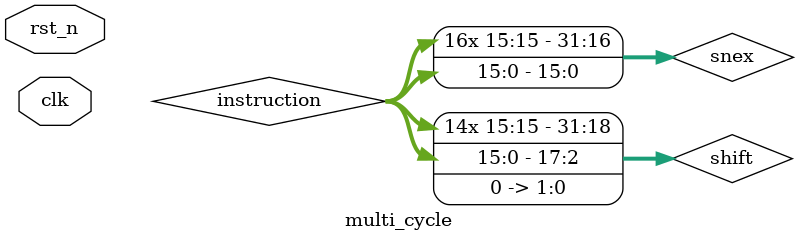
<source format=v>
module multi_cycle (clk, rst_n);

input clk;
input rst_n;

wire [31:0]instruction;
wire PCWriteCond, PCWrite, IorD, MemRead, MemWrite, MemtoReg, IRWrite, PCSource, ALUSrcA, RegDst, RegWrite;
wire [1:0] ALUOp, ALUSrcB;


                                                                                                                                                                
wire zero;
wire [4:0] write_reg;
wire [31:0] A, B, write_data, ALU_in1, ALU_in2, ALUOut, PC_choose, MDR, PC, ALU_result, snex;
wire [31:0] IR;


wire [31:0] shift;
assign shift = snex<<2;

parameter amt = 16;
assign snex = { {amt{instruction[15]}}, instruction[15:0]};
  
wire PC_change;
assign PC_change = (Zero & PCWriteCond) | PCWrite;

control C (.opcode(instruction[31:26]), .clk(clk), .rst_n(rst_n), .PCWriteCond(PCWriteCond), .PCWrite(PCWrite), .IorD(IorD), .MemRead(MemRead), .MemWrite(MemWrite), .MemtoReg(MemtoReg), .IRWrite(IRWrite), .PCSource(PCSource), .ALUOp(ALUOp), .ALUSrcA(ALUSrcA), .ALUSrcB(ALUSrcB), .RegDst(RegDst), .RegWrite(RegWrite));
mem I (.clk(clk), .rst_n(rst_n), .Write_data(B), .ALUOut(ALUOut), .IorD(IorD), .MemRead(MemRead), .MemWrite(MemWrite), .PC_change(PC_change), .PC_choose(PC_choose), .IRWrite(IRWrite), .IR(instruction), .MDR(MDR), .PC(PC));
MUX_2to1_5 M1 (.i0(instruction[20:16]), .i1(instruction[15:11]), .sel(RegDst), .out(write_reg));
MUX_2to1_32 M2 (.i0(ALUOut), .i1(MDR), .sel(MemtoReg), .out(write_data));
RegisterFile R1 (.rs(instruction[25:21]), .rt(instruction[20:16]), .rd(write_reg), .RegWrite(RegWrite), .write_data(write_data), .clk(clk), .A(A), .B(B));
MUX_2to1_32 M3 (.i0(PC), .i1(A), .sel(ALUSrcA), .out(ALU_in1));
MUX_4to1_32 M4 (.i0(B), .i1(4), .i2(snex), .i3(shift), .sel(ALUSrcB), .out(ALU_in2));
ALU_Top A1 (.clk(clk), .ALUOp(ALUOp), .F(instruction[5:0]), .in_1(ALU_in1), .in_2(ALU_in2), .ALUOut(ALUOut), .Zero(Zero), .ALU_result(ALU_result));
MUX_2to1_32 M5 (.i0(ALU_result), .i1(ALUOut), .sel(PCSource), .out(PC_choose));

endmodule

</source>
